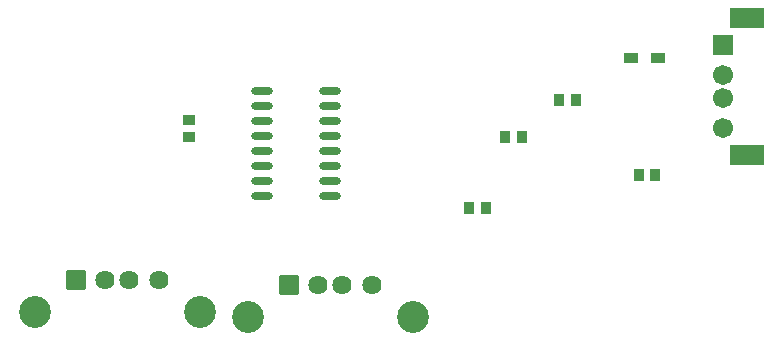
<source format=gts>
G04 Layer: TopSolderMaskLayer*
G04 EasyEDA v6.5.44, 2024-07-15 21:32:29*
G04 Gerber Generator version 0.2*
G04 Scale: 100 percent, Rotated: No, Reflected: No *
G04 Dimensions in millimeters *
G04 leading zeros omitted , absolute positions ,4 integer and 5 decimal *
%FSLAX45Y45*%
%MOMM*%

%AMMACRO1*4,1,8,-0.4712,-0.4508,-0.5009,-0.4209,-0.5009,0.4211,-0.4712,0.4508,0.4709,0.4508,0.5009,0.4211,0.5009,-0.4209,0.4709,-0.4508,-0.4712,-0.4508,0*%
%AMMACRO2*4,1,8,-0.4211,-0.5009,-0.4509,-0.4709,-0.4509,0.4712,-0.4211,0.5009,0.4209,0.5009,0.4509,0.4712,0.4509,-0.4709,0.4209,-0.5009,-0.4211,-0.5009,0*%
%AMMACRO3*4,1,8,-0.421,-0.5009,-0.4507,-0.4709,-0.4507,0.4712,-0.421,0.5009,0.4208,0.5009,0.4507,0.4712,0.4507,-0.4709,0.4208,-0.5009,-0.421,-0.5009,0*%
%AMMACRO4*4,1,8,-1.4211,-0.8508,-1.4508,-0.8208,-1.4508,0.8211,-1.4211,0.8508,1.4209,0.8508,1.4508,0.8211,1.4508,-0.8208,1.4209,-0.8508,-1.4211,-0.8508,0*%
%AMMACRO5*4,1,8,-0.8212,-0.8508,-0.8509,-0.8208,-0.8509,0.8211,-0.8212,0.8508,0.8209,0.8508,0.8509,0.8211,0.8509,-0.8208,0.8209,-0.8508,-0.8212,-0.8508,0*%
%AMMACRO6*4,1,8,-0.7831,-0.8128,-0.8128,-0.7828,-0.8128,0.7831,-0.7831,0.8128,0.7828,0.8128,0.8128,0.7831,0.8128,-0.7828,0.7828,-0.8128,-0.7831,-0.8128,0*%
%AMMACRO7*4,1,8,-0.5211,-0.4257,-0.5508,-0.3957,-0.5508,0.396,-0.5211,0.4257,0.5208,0.4257,0.5508,0.396,0.5508,-0.3957,0.5208,-0.4257,-0.5211,-0.4257,0*%
%ADD10MACRO1*%
%ADD11MACRO2*%
%ADD12MACRO3*%
%ADD13O,1.8466053999999998X0.6615938*%
%ADD14MACRO4*%
%ADD15MACRO5*%
%ADD16C,1.7016*%
%ADD17C,2.7016*%
%ADD18C,1.6256*%
%ADD19MACRO6*%
%ADD20MACRO7*%

%LPD*%
D10*
G01*
X1950948Y6203797D03*
G01*
X1950948Y6343802D03*
D11*
G01*
X4459351Y5600700D03*
G01*
X4319346Y5600700D03*
G01*
X4764151Y6197600D03*
G01*
X4624146Y6197600D03*
G01*
X5221351Y6515100D03*
G01*
X5081346Y6515100D03*
D12*
G01*
X5895962Y5880100D03*
G01*
X5755957Y5880100D03*
D13*
G01*
X3139897Y5702300D03*
G01*
X3139897Y5829300D03*
G01*
X3139897Y5956300D03*
G01*
X3139897Y6083300D03*
G01*
X3139897Y6210300D03*
G01*
X3139897Y6337300D03*
G01*
X3139897Y6464300D03*
G01*
X3139897Y6591300D03*
G01*
X2565400Y5702300D03*
G01*
X2565400Y5829300D03*
G01*
X2565400Y5956300D03*
G01*
X2565400Y6083300D03*
G01*
X2565400Y6210300D03*
G01*
X2565400Y6337300D03*
G01*
X2565400Y6464300D03*
G01*
X2565400Y6591300D03*
D14*
G01*
X6673748Y6049403D03*
G01*
X6673748Y7209396D03*
D15*
G01*
X6473748Y6979399D03*
D16*
G01*
X6473748Y6729399D03*
G01*
X6473748Y6529400D03*
G01*
X6473748Y6279387D03*
D17*
G01*
X2444750Y4677790D03*
G01*
X3844747Y4677790D03*
D18*
G01*
X3494735Y4948783D03*
G01*
X3244748Y4948783D03*
G01*
X3044748Y4948783D03*
D19*
G01*
X2794736Y4948783D03*
D17*
G01*
X641350Y4715890D03*
G01*
X2041347Y4715890D03*
D18*
G01*
X1691335Y4986883D03*
G01*
X1441348Y4986883D03*
G01*
X1241348Y4986883D03*
D19*
G01*
X991336Y4986883D03*
D20*
G01*
X5921159Y6870700D03*
G01*
X5686640Y6870700D03*
M02*

</source>
